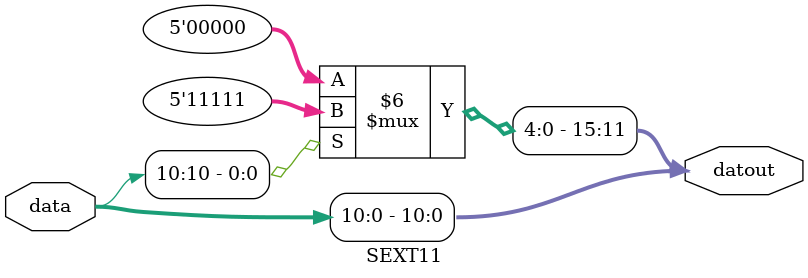
<source format=sv>
module SEXT11(
  input [10:0] data,
  output reg [15:0] datout
);
  
  always @(data) begin
    if(data[10] == 1'b1)begin
      datout = 16'b1111111111111111;
      datout[10:0] = data[10:0];     
    end else begin
      datout[10:0] = data[10:0];
      datout[15:11] = 5'b0;
   	 end
  end
endmodule
</source>
